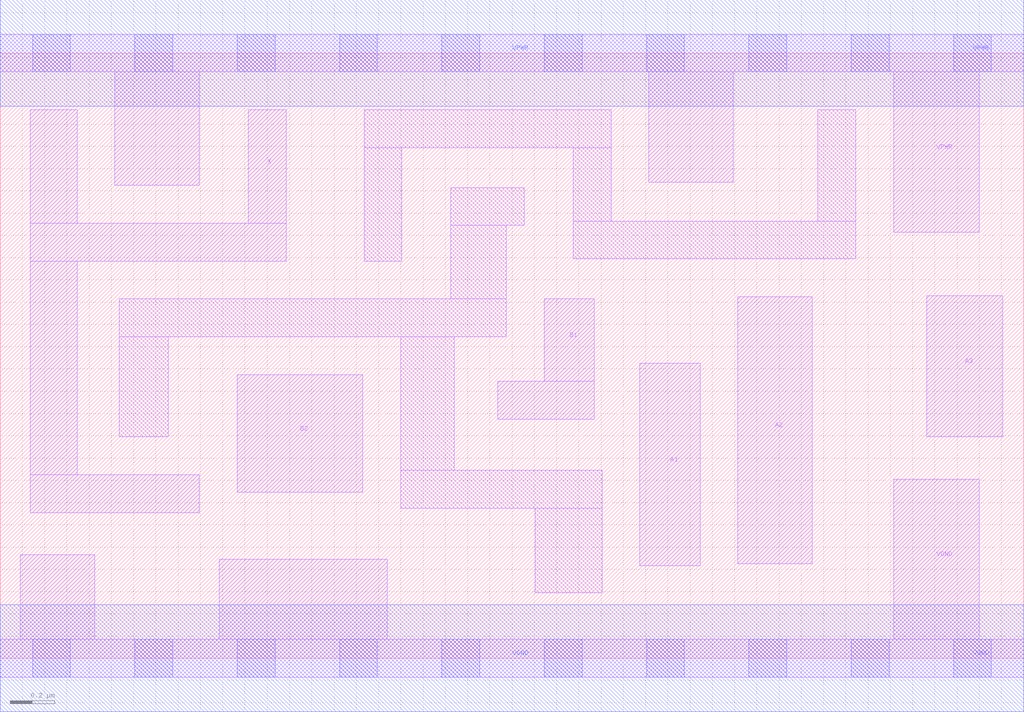
<source format=lef>
# Copyright 2020 The SkyWater PDK Authors
#
# Licensed under the Apache License, Version 2.0 (the "License");
# you may not use this file except in compliance with the License.
# You may obtain a copy of the License at
#
#     https://www.apache.org/licenses/LICENSE-2.0
#
# Unless required by applicable law or agreed to in writing, software
# distributed under the License is distributed on an "AS IS" BASIS,
# WITHOUT WARRANTIES OR CONDITIONS OF ANY KIND, either express or implied.
# See the License for the specific language governing permissions and
# limitations under the License.
#
# SPDX-License-Identifier: Apache-2.0

VERSION 5.7 ;
  NAMESCASESENSITIVE ON ;
  NOWIREEXTENSIONATPIN ON ;
  DIVIDERCHAR "/" ;
  BUSBITCHARS "[]" ;
UNITS
  DATABASE MICRONS 200 ;
END UNITS
PROPERTYDEFINITIONS
  MACRO maskLayoutSubType STRING ;
  MACRO prCellType STRING ;
  MACRO originalViewName STRING ;
END PROPERTYDEFINITIONS
MACRO sky130_fd_sc_hdll__a32o_2
  CLASS CORE ;
  FOREIGN sky130_fd_sc_hdll__a32o_2 ;
  ORIGIN  0.000000  0.000000 ;
  SIZE  4.600000 BY  2.720000 ;
  SYMMETRY X Y R90 ;
  SITE unithd ;
  PIN A1
    ANTENNAGATEAREA  0.277500 ;
    DIRECTION INPUT ;
    USE SIGNAL ;
    PORT
      LAYER li1 ;
        RECT 2.875000 0.415000 3.145000 1.325000 ;
    END
  END A1
  PIN A2
    ANTENNAGATEAREA  0.277500 ;
    DIRECTION INPUT ;
    USE SIGNAL ;
    PORT
      LAYER li1 ;
        RECT 3.315000 0.425000 3.650000 1.625000 ;
    END
  END A2
  PIN A3
    ANTENNAGATEAREA  0.277500 ;
    DIRECTION INPUT ;
    USE SIGNAL ;
    PORT
      LAYER li1 ;
        RECT 4.165000 0.995000 4.505000 1.630000 ;
    END
  END A3
  PIN B1
    ANTENNAGATEAREA  0.277500 ;
    DIRECTION INPUT ;
    USE SIGNAL ;
    PORT
      LAYER li1 ;
        RECT 2.235000 1.075000 2.670000 1.245000 ;
        RECT 2.445000 1.245000 2.670000 1.615000 ;
    END
  END B1
  PIN B2
    ANTENNAGATEAREA  0.277500 ;
    DIRECTION INPUT ;
    USE SIGNAL ;
    PORT
      LAYER li1 ;
        RECT 1.065000 0.745000 1.630000 1.275000 ;
    END
  END B2
  PIN X
    ANTENNADIFFAREA  0.748000 ;
    DIRECTION OUTPUT ;
    USE SIGNAL ;
    PORT
      LAYER li1 ;
        RECT 0.135000 0.655000 0.895000 0.825000 ;
        RECT 0.135000 0.825000 0.345000 1.785000 ;
        RECT 0.135000 1.785000 1.285000 1.955000 ;
        RECT 0.135000 1.955000 0.345000 2.465000 ;
        RECT 1.115000 1.955000 1.285000 2.465000 ;
    END
  END X
  PIN VGND
    DIRECTION INOUT ;
    USE GROUND ;
    PORT
      LAYER li1 ;
        RECT 0.000000 -0.085000 4.600000 0.085000 ;
        RECT 0.090000  0.085000 0.425000 0.465000 ;
        RECT 0.985000  0.085000 1.740000 0.445000 ;
        RECT 4.015000  0.085000 4.400000 0.805000 ;
      LAYER mcon ;
        RECT 0.145000 -0.085000 0.315000 0.085000 ;
        RECT 0.605000 -0.085000 0.775000 0.085000 ;
        RECT 1.065000 -0.085000 1.235000 0.085000 ;
        RECT 1.525000 -0.085000 1.695000 0.085000 ;
        RECT 1.985000 -0.085000 2.155000 0.085000 ;
        RECT 2.445000 -0.085000 2.615000 0.085000 ;
        RECT 2.905000 -0.085000 3.075000 0.085000 ;
        RECT 3.365000 -0.085000 3.535000 0.085000 ;
        RECT 3.825000 -0.085000 3.995000 0.085000 ;
        RECT 4.285000 -0.085000 4.455000 0.085000 ;
      LAYER met1 ;
        RECT 0.000000 -0.240000 4.600000 0.240000 ;
    END
  END VGND
  PIN VPWR
    DIRECTION INOUT ;
    USE POWER ;
    PORT
      LAYER li1 ;
        RECT 0.000000 2.635000 4.600000 2.805000 ;
        RECT 0.515000 2.125000 0.895000 2.635000 ;
        RECT 2.915000 2.140000 3.295000 2.635000 ;
        RECT 4.015000 1.915000 4.400000 2.635000 ;
      LAYER mcon ;
        RECT 0.145000 2.635000 0.315000 2.805000 ;
        RECT 0.605000 2.635000 0.775000 2.805000 ;
        RECT 1.065000 2.635000 1.235000 2.805000 ;
        RECT 1.525000 2.635000 1.695000 2.805000 ;
        RECT 1.985000 2.635000 2.155000 2.805000 ;
        RECT 2.445000 2.635000 2.615000 2.805000 ;
        RECT 2.905000 2.635000 3.075000 2.805000 ;
        RECT 3.365000 2.635000 3.535000 2.805000 ;
        RECT 3.825000 2.635000 3.995000 2.805000 ;
        RECT 4.285000 2.635000 4.455000 2.805000 ;
      LAYER met1 ;
        RECT 0.000000 2.480000 4.600000 2.960000 ;
    END
  END VPWR
  OBS
    LAYER li1 ;
      RECT 0.535000 0.995000 0.755000 1.445000 ;
      RECT 0.535000 1.445000 2.275000 1.615000 ;
      RECT 1.635000 1.785000 1.805000 2.295000 ;
      RECT 1.635000 2.295000 2.745000 2.465000 ;
      RECT 1.800000 0.675000 2.705000 0.845000 ;
      RECT 1.800000 0.845000 2.040000 1.445000 ;
      RECT 2.025000 1.615000 2.275000 1.945000 ;
      RECT 2.025000 1.945000 2.355000 2.115000 ;
      RECT 2.405000 0.295000 2.705000 0.675000 ;
      RECT 2.575000 1.795000 3.845000 1.965000 ;
      RECT 2.575000 1.965000 2.745000 2.295000 ;
      RECT 3.675000 1.965000 3.845000 2.465000 ;
  END
  PROPERTY maskLayoutSubType "abstract" ;
  PROPERTY prCellType "standard" ;
  PROPERTY originalViewName "layout" ;
END sky130_fd_sc_hdll__a32o_2

</source>
